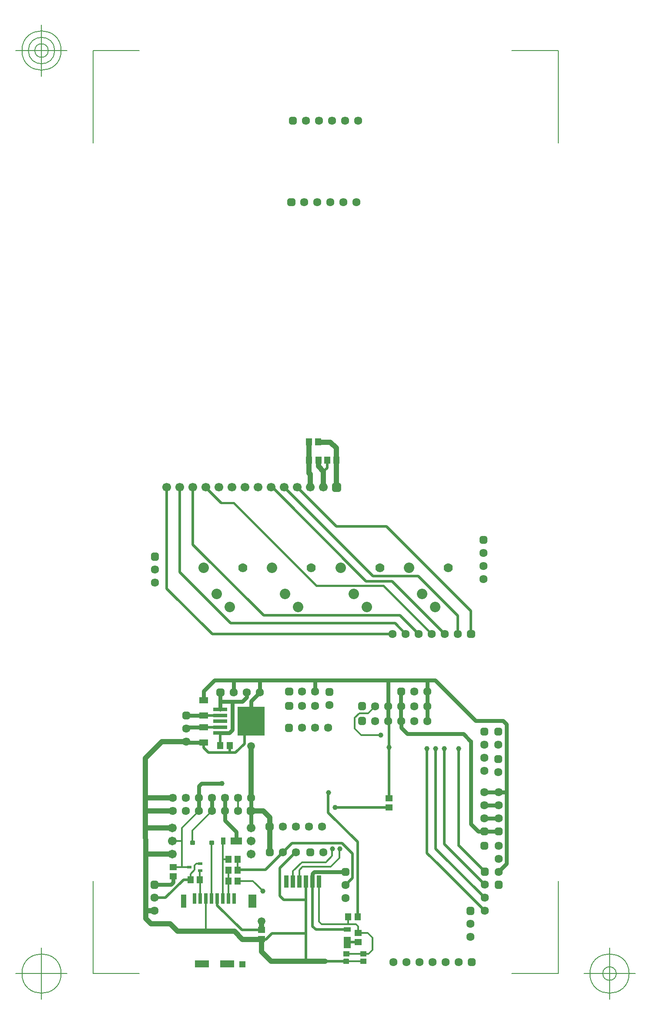
<source format=gbr>
G04 Generated by Ultiboard 10.1 *
%FSLAX25Y25*%
%MOIN*%

%ADD10C,0.03937*%
%ADD11C,0.01969*%
%ADD12C,0.02953*%
%ADD13C,0.01496*%
%ADD14C,0.01575*%
%ADD15C,0.00500*%
%ADD16C,0.03937*%
%ADD17C,0.05906*%
%ADD18C,0.06334*%
%ADD19R,0.02083X0.02083*%
%ADD20C,0.03917*%
%ADD21C,0.06693*%
%ADD22R,0.03193X0.03193*%
%ADD23C,0.03500*%
%ADD24R,0.05709X0.04528*%
%ADD25R,0.04724X0.04724*%
%ADD26R,0.10630X0.05512*%
%ADD27R,0.02756X0.07874*%
%ADD28R,0.03937X0.10236*%
%ADD29R,0.05906X0.10236*%
%ADD30R,0.03504X0.09331*%
%ADD31R,0.04528X0.04134*%
%ADD32R,0.03740X0.03346*%
%ADD33C,0.00787*%
%ADD34C,0.06700*%
%ADD35R,0.04528X0.05709*%
%ADD36R,0.08661X0.05512*%
%ADD37R,0.03543X0.05512*%
%ADD38R,0.03346X0.02165*%
%ADD39R,0.01969X0.01575*%
%ADD40C,0.01575*%
%ADD41R,0.20630X0.22441*%
%ADD42R,0.10866X0.02756*%
%ADD43R,0.07087X0.04528*%
%ADD44R,0.05512X0.03543*%
%ADD45R,0.05512X0.08661*%
%ADD46C,0.08000*%
%ADD47C,0.07000*%


G04 ColorRGB 0000FF for the following layer *
%LNCopper Bottom*%
%LPD*%
%FSLAX25Y25*%
%MOIN*%
G54D10*
X-787Y31181D02*
X-7448Y31181D01*
X12992Y74803D02*
X-7601Y74803D01*
X13031Y107598D02*
X-7517Y107598D01*
X13031Y117598D02*
X-7657Y117598D01*
X-3573Y21270D02*
X11217Y21270D01*
X12992Y94803D02*
X-7331Y94803D01*
X-7762Y147920D02*
X4952Y160634D01*
X-7762Y147920D02*
X-7492Y25189D01*
X-3573Y21270D02*
X-7492Y25189D01*
X88381Y-7319D02*
X81142Y-79D01*
X81142Y-79D02*
X81142Y9724D01*
X129921Y-7319D02*
X88381Y-7319D01*
X73121Y157250D02*
X73121Y117688D01*
X60370Y15685D02*
X66582Y9473D01*
X16969Y15685D02*
X60370Y15685D01*
X16802Y15685D02*
X11217Y21270D01*
X81152Y23346D02*
X81152Y16811D01*
X80942Y9473D02*
X66582Y9473D01*
X87362Y102713D02*
X87362Y95766D01*
X87462Y95820D02*
X87462Y75984D01*
X73031Y107598D02*
X82476Y107598D01*
X73071Y117638D02*
X73031Y117598D01*
X82476Y107598D02*
X87362Y102713D01*
X4952Y160634D02*
X23595Y160634D01*
X36848Y171669D02*
X36966Y171787D01*
X128572Y355315D02*
X128572Y367383D01*
X124747Y371208D02*
X128572Y367383D01*
X124747Y375893D02*
X124747Y371208D01*
X124707Y389830D02*
X133999Y389830D01*
X117660Y375893D02*
X117660Y366080D01*
X117581Y389869D02*
X117581Y375972D01*
X118526Y365214D02*
X118526Y355270D01*
X117660Y366080D02*
X118526Y365214D01*
X138566Y355309D02*
X138566Y375873D01*
X138487Y385342D02*
X138487Y375893D01*
X133999Y389830D02*
X138487Y385342D01*
G54D11*
X0Y41181D02*
X7669Y41181D01*
X115090Y-7906D02*
X115090Y53010D01*
X145677Y-7319D02*
X129921Y-7319D01*
X145717Y-7358D02*
X145677Y-7319D01*
X252190Y121999D02*
X251940Y121749D01*
X251940Y121749D02*
X251725Y121749D01*
X252126Y61281D02*
X232235Y81172D01*
X252126Y61281D02*
X252126Y61181D01*
X252126Y51331D02*
X221291Y82166D01*
X252126Y51331D02*
X252126Y51181D01*
X252076Y41181D02*
X214477Y78780D01*
X252076Y31231D02*
X217400Y65907D01*
X241676Y242940D02*
X241676Y260696D01*
X231479Y257152D02*
X231479Y243117D01*
X221676Y242940D02*
X181322Y283294D01*
X201600Y242940D02*
X187184Y257356D01*
X18526Y290319D02*
X57568Y251277D01*
X57568Y251277D02*
X183261Y251277D01*
X183361Y251227D02*
X191597Y242990D01*
X43525Y242863D02*
X8605Y277782D01*
X181598Y242863D02*
X43525Y242863D01*
X104588Y83056D02*
X142856Y83056D01*
X146691Y16861D02*
X122822Y16861D01*
X66089Y16517D02*
X47126Y35480D01*
X84056Y62523D02*
X63803Y62523D01*
X7669Y41181D02*
X21370Y54882D01*
X26890Y54882D02*
X21370Y54882D01*
X47126Y35480D02*
X47126Y40709D01*
X107412Y76265D02*
X95083Y63936D01*
X95083Y63936D02*
X95083Y42712D01*
X104588Y83056D02*
X84056Y62523D01*
X95083Y42712D02*
X98031Y39764D01*
X89316Y14140D02*
X114813Y14140D01*
X80994Y16517D02*
X66089Y16517D01*
X89316Y14140D02*
X84598Y9422D01*
X81852Y9422D02*
X84598Y9422D01*
X120302Y53693D02*
X120302Y19381D01*
X122822Y16861D02*
X120302Y19381D01*
X98031Y39764D02*
X114813Y39764D01*
X115090Y53010D02*
X115390Y53310D01*
X87362Y95766D02*
X87323Y95805D01*
X40493Y152362D02*
X61331Y152362D01*
X68035Y159066D02*
X61331Y152362D01*
X23595Y160634D02*
X24107Y160122D01*
X36848Y156007D02*
X36848Y159857D01*
X40493Y152362D02*
X36848Y156007D01*
X56730Y157613D02*
X56730Y152627D01*
X49604Y167225D02*
X49604Y157633D01*
X36966Y171787D02*
X49547Y171787D01*
X49571Y180687D02*
X36918Y180687D01*
X36840Y192458D02*
X36808Y192490D01*
X68035Y159066D02*
X68035Y171057D01*
X68035Y171057D02*
X73186Y176208D01*
X73725Y176317D02*
X73257Y176317D01*
X73132Y176236D02*
X73171Y176196D01*
X207812Y155349D02*
X207812Y75495D01*
X178740Y156417D02*
X178740Y117480D01*
X232252Y155432D02*
X232252Y81072D01*
X221291Y82166D02*
X221291Y155567D01*
X214477Y78780D02*
X214477Y155349D01*
X154809Y26687D02*
X154809Y83941D01*
X150787Y56299D02*
X150787Y75124D01*
X146886Y7172D02*
X155241Y7172D01*
X146886Y17056D02*
X146691Y16861D01*
X145433Y50945D02*
X150787Y56299D01*
X177551Y110284D02*
X137449Y110284D01*
X154809Y83941D02*
X132341Y106409D01*
X150787Y75124D02*
X142856Y83056D01*
X132341Y106409D02*
X132341Y121772D01*
X221291Y82316D02*
X221207Y82400D01*
X214477Y79280D02*
X214443Y79314D01*
X207812Y75495D02*
X217441Y65866D01*
X178680Y175880D02*
X178680Y156477D01*
X214477Y155349D02*
X214477Y155667D01*
X138465Y325424D02*
X108507Y355381D01*
X98526Y355270D02*
X166457Y287339D01*
X161318Y283294D02*
X89109Y355502D01*
X187284Y257306D02*
X82700Y257306D01*
X117581Y375972D02*
X117660Y375893D01*
X28644Y311361D02*
X82700Y257306D01*
X28644Y311361D02*
X28644Y355151D01*
X18526Y290319D02*
X18526Y355270D01*
X8605Y277782D02*
X8605Y355207D01*
X50237Y343387D02*
X38487Y355137D01*
X38487Y355137D02*
X38487Y355230D01*
X88759Y355502D02*
X88526Y355735D01*
X89109Y355502D02*
X88759Y355502D01*
X108507Y355381D02*
X108392Y355381D01*
X131400Y370164D02*
X131400Y375814D01*
X241676Y260696D02*
X176948Y325424D01*
X166457Y287339D02*
X201292Y287339D01*
X181322Y283294D02*
X161318Y283294D01*
X176948Y325424D02*
X138465Y325424D01*
X128572Y367335D02*
X131400Y370164D01*
X201292Y287339D02*
X231479Y257152D01*
X262730Y92007D02*
X262885Y91852D01*
X262767Y91970D02*
X262717Y91920D01*
G54D12*
X0Y51181D02*
X11119Y51181D01*
X-7517Y107598D02*
X-7674Y107755D01*
X-7657Y117598D02*
X-7695Y117637D01*
X245034Y176771D02*
X266069Y176771D01*
X268375Y121999D02*
X252190Y121999D01*
X262727Y101931D02*
X251841Y101931D01*
X262688Y112049D02*
X251917Y112049D01*
X251940Y91970D02*
X247195Y91970D01*
X262730Y92007D02*
X252140Y92007D01*
X45152Y207628D02*
X178080Y207628D01*
X145433Y60945D02*
X121573Y60945D01*
X33114Y126682D02*
X33114Y117598D01*
X33114Y126682D02*
X35075Y128643D01*
X61756Y91709D02*
X53031Y100433D01*
X61756Y84764D02*
X61756Y91709D01*
X11804Y51181D02*
X13543Y52920D01*
X13543Y52920D02*
X13543Y57584D01*
X13543Y57584D02*
X13504Y57624D01*
X33114Y117598D02*
X33114Y107798D01*
X43031Y117598D02*
X43031Y107598D01*
X53031Y100433D02*
X53031Y117598D01*
X121573Y60945D02*
X120157Y59530D01*
X120157Y59530D02*
X120157Y53504D01*
X73130Y94803D02*
X73130Y107500D01*
X73031Y107598D02*
X73031Y117598D01*
X73130Y107500D02*
X73031Y107598D01*
X66513Y191432D02*
X49525Y191432D01*
X49564Y198243D02*
X49564Y185251D01*
X58856Y169739D02*
X58856Y191432D01*
X24107Y160122D02*
X36664Y160122D01*
X24698Y171736D02*
X36837Y171736D01*
X36824Y180634D02*
X23595Y180634D01*
X50748Y128643D02*
X35075Y128643D01*
X49589Y167240D02*
X56356Y167240D01*
X56356Y167240D02*
X58856Y169739D01*
X36808Y199284D02*
X45152Y207628D01*
X36808Y192490D02*
X36808Y199284D01*
X59843Y198522D02*
X59843Y207280D01*
X59843Y198522D02*
X59682Y198361D01*
X73147Y191826D02*
X73147Y176432D01*
X69761Y194680D02*
X66513Y191432D01*
X79682Y198361D02*
X73147Y191826D01*
X79682Y198361D02*
X79682Y206461D01*
X69761Y198283D02*
X69761Y194680D01*
X122323Y198958D02*
X122323Y207075D01*
X241457Y160866D02*
X241457Y127087D01*
X241496Y97669D02*
X241496Y127047D01*
X241457Y127087D02*
X241496Y127047D01*
X247195Y91970D02*
X241496Y97669D01*
X178130Y207678D02*
X203819Y207678D01*
X187953Y198465D02*
X187953Y187819D01*
X187923Y176638D02*
X187923Y187681D01*
X188080Y176480D02*
X188080Y171290D01*
X188080Y171290D02*
X192795Y166575D01*
X178080Y187819D02*
X178080Y207628D01*
X178041Y176520D02*
X178041Y187957D01*
X245034Y176771D02*
X214129Y207676D01*
X208163Y188236D02*
X208163Y198333D01*
X208198Y176598D02*
X208198Y187760D01*
X192795Y166575D02*
X235748Y166575D01*
X235748Y166575D02*
X241496Y160827D01*
X203371Y207676D02*
X214129Y207676D01*
X208171Y198998D02*
X208171Y207676D01*
X268934Y67241D02*
X268934Y173906D01*
X268934Y67241D02*
X262953Y61260D01*
X268934Y173906D02*
X266069Y176771D01*
G54D13*
X-7331Y94803D02*
X-7645Y94489D01*
X166163Y1444D02*
X166163Y10774D01*
X163183Y-1535D02*
X166163Y1444D01*
X146024Y-1535D02*
X163183Y-1535D01*
X159213Y-7244D02*
X146024Y-7244D01*
X130447Y68413D02*
X112035Y68413D01*
X134024Y64930D02*
X112615Y64930D01*
X125157Y53504D02*
X125276Y53386D01*
X125276Y53386D02*
X125276Y22909D01*
X127265Y20920D02*
X125276Y22909D01*
X153462Y20920D02*
X127265Y20920D01*
X74645Y54016D02*
X62795Y54016D01*
X62695Y54116D02*
X62795Y54016D01*
X62953Y70787D02*
X62953Y62441D01*
X63083Y117649D02*
X63083Y107349D01*
X42874Y83465D02*
X42874Y40787D01*
X51457Y40709D02*
X51457Y84504D01*
X33976Y54882D02*
X33976Y62072D01*
X33976Y62072D02*
X34016Y62112D01*
X29961Y66102D02*
X29961Y62520D01*
X26890Y59449D02*
X29961Y62520D01*
X55866Y40787D02*
X55866Y62441D01*
X20191Y64873D02*
X20191Y94707D01*
X26131Y64750D02*
X13524Y64750D01*
X26890Y54882D02*
X26890Y59449D01*
X38465Y40709D02*
X38465Y15685D01*
X34134Y40709D02*
X34134Y54724D01*
X34134Y54724D02*
X33976Y54882D01*
X55787Y40709D02*
X55866Y40787D01*
X43031Y107598D02*
X28122Y92689D01*
X32857Y107373D02*
X20191Y94707D01*
X34016Y67230D02*
X31088Y67230D01*
X31088Y67230D02*
X29961Y66102D01*
X28122Y92689D02*
X28122Y83365D01*
X12992Y84803D02*
X19719Y84803D01*
X55866Y70787D02*
X51457Y70787D01*
X51457Y84504D02*
X51717Y84764D01*
X112035Y68413D02*
X105157Y61535D01*
X112615Y64930D02*
X110157Y62472D01*
X110157Y53504D02*
X110157Y62472D01*
X105157Y61535D02*
X105157Y53504D01*
X82412Y46248D02*
X74645Y54016D01*
X51019Y128643D02*
X50748Y128643D01*
X49682Y198361D02*
X49564Y198243D01*
X69682Y198361D02*
X69761Y198283D01*
X162641Y14296D02*
X155283Y14296D01*
X155200Y14876D02*
X155739Y14338D01*
X155200Y19182D02*
X155200Y14876D01*
X155300Y14338D02*
X155300Y14298D01*
X153462Y20920D02*
X155200Y19182D01*
X147598Y26811D02*
X147598Y21196D01*
X147598Y21196D02*
X147323Y20920D01*
X154809Y26687D02*
X154685Y26811D01*
X166163Y10774D02*
X162641Y14296D01*
X140827Y71733D02*
X140827Y78233D01*
X140827Y71733D02*
X134024Y64930D01*
X135297Y73263D02*
X135297Y78513D01*
X130447Y68413D02*
X135297Y73263D01*
X168080Y187819D02*
X162742Y182480D01*
X168080Y187819D02*
X168080Y187865D01*
X157445Y165787D02*
X172638Y165787D01*
X152678Y170555D02*
X157445Y165787D01*
X156320Y182480D02*
X152678Y178839D01*
X162742Y182480D02*
X156320Y182480D01*
X152678Y178839D02*
X152678Y170555D01*
X178680Y156477D02*
X178740Y156417D01*
X178680Y175880D02*
X178080Y176480D01*
X262767Y111970D02*
X262688Y112049D01*
X262767Y101970D02*
X262727Y101931D01*
G54D14*
X211427Y243019D02*
X174383Y280063D01*
X211427Y243019D02*
X211715Y243019D01*
X174383Y280063D02*
X123146Y280063D01*
X59822Y343387D02*
X123146Y280063D01*
X50237Y343387D02*
X59822Y343387D01*
G54D15*
X-47973Y-16748D02*
X-47973Y53861D01*
X-47973Y-16748D02*
X-12340Y-16748D01*
X308357Y-16748D02*
X272724Y-16748D01*
X308357Y-16748D02*
X308357Y53861D01*
X308357Y689340D02*
X308357Y618731D01*
X308357Y689340D02*
X272724Y689340D01*
X-47973Y689340D02*
X-12340Y689340D01*
X-47973Y689340D02*
X-47973Y618731D01*
X-67658Y-16748D02*
X-107028Y-16748D01*
X-87343Y-36433D02*
X-87343Y2937D01*
X-102357Y-16748D02*
G75*
D01*
G02X-102357Y-16748I15014J0*
G01*
X328043Y-16748D02*
X367413Y-16748D01*
X347728Y-36433D02*
X347728Y2937D01*
X332714Y-16748D02*
G75*
D01*
G02X332714Y-16748I15014J0*
G01*
X342556Y-16748D02*
G75*
D01*
G02X342556Y-16748I5171J0*
G01*
X-67658Y689340D02*
X-107028Y689340D01*
X-87343Y669655D02*
X-87343Y709025D01*
X-102357Y689340D02*
G75*
D01*
G02X-102357Y689340I15014J0*
G01*
X-97436Y689340D02*
G75*
D01*
G02X-97436Y689340I10093J0*
G01*
X-92515Y689340D02*
G75*
D01*
G02X-92515Y689340I5171J0*
G01*
G54D16*
X50748Y128701D03*
X82323Y46220D03*
X141024Y78622D03*
X135394Y78583D03*
X137402Y110236D03*
X132402Y121772D03*
X178740Y156417D03*
X172638Y165709D03*
X221159Y155349D03*
X214387Y155349D03*
X207812Y155349D03*
X232244Y155349D03*
X262800Y112008D03*
G54D17*
X81063Y23346D03*
X73110Y157244D03*
G54D18*
X-787Y41181D03*
X-787Y31181D03*
X-500Y292204D03*
X-500Y282204D03*
X192126Y-8071D03*
X182126Y-8071D03*
X222126Y-8071D03*
X202126Y-8071D03*
X212126Y-8071D03*
X232126Y-8071D03*
X251940Y111970D03*
X251940Y101970D03*
X251940Y121970D03*
X252126Y31181D03*
X252126Y41181D03*
X252126Y51181D03*
X251732Y138425D03*
X251732Y158425D03*
X251732Y148425D03*
X251243Y284942D03*
X251243Y294942D03*
X251243Y304942D03*
X191676Y242940D03*
X181676Y242940D03*
X221676Y242940D03*
X201676Y242940D03*
X211676Y242940D03*
X231676Y242940D03*
X145433Y40945D03*
X145433Y50945D03*
X128465Y75984D03*
X122323Y188092D03*
X112323Y188092D03*
X112323Y198958D03*
X122323Y198958D03*
X112165Y171181D03*
X122165Y171181D03*
X132165Y171181D03*
X127362Y95766D03*
X97362Y95766D03*
X107362Y95766D03*
X117362Y95766D03*
X63031Y107598D03*
X63031Y117598D03*
X33031Y107598D03*
X33031Y117598D03*
X13031Y107598D03*
X13031Y117598D03*
X23031Y107598D03*
X23031Y117598D03*
X43031Y107598D03*
X43031Y117598D03*
X53031Y107598D03*
X53031Y117598D03*
X73031Y117598D03*
X97402Y75984D03*
X107402Y75984D03*
X59682Y198361D03*
X79682Y198361D03*
X69682Y198361D03*
X23595Y160634D03*
X23595Y170634D03*
X241299Y11181D03*
X241299Y21181D03*
X198110Y198898D03*
X208110Y198898D03*
X188080Y187819D03*
X178080Y187819D03*
X168080Y187819D03*
X198080Y187819D03*
X208080Y187819D03*
X188080Y176480D03*
X168080Y176480D03*
X178080Y176480D03*
X198080Y176480D03*
X208080Y176480D03*
X133127Y188621D03*
X262767Y111970D03*
X262767Y101970D03*
X262767Y121970D03*
X262953Y61142D03*
X262953Y81142D03*
X262953Y71142D03*
X262559Y158386D03*
X262559Y137441D03*
X123987Y573366D03*
X113987Y573366D03*
X143987Y573366D03*
X133987Y573366D03*
X153987Y573366D03*
X125192Y635596D03*
X115192Y635596D03*
X155192Y635596D03*
X135192Y635596D03*
X145192Y635596D03*
G54D19*
X-787Y51181D03*
X-500Y302204D03*
X242126Y-8071D03*
X251940Y91970D03*
X251929Y80945D03*
X252126Y61181D03*
X251732Y168425D03*
X251243Y314942D03*
X241676Y242940D03*
X145433Y60945D03*
X118465Y75984D03*
X102323Y188092D03*
X102323Y198958D03*
X102165Y171181D03*
X87362Y95766D03*
X73031Y107598D03*
X87402Y75984D03*
X49682Y198361D03*
X23595Y180634D03*
X241299Y31181D03*
X188110Y198898D03*
X158080Y187819D03*
X158080Y176480D03*
X133127Y198621D03*
X262767Y91970D03*
X262953Y51142D03*
X262559Y168386D03*
X262559Y147441D03*
X103987Y573366D03*
X105192Y635596D03*
G54D20*
X-1828Y50140D02*
X254Y50140D01*
X254Y52222D01*
X-1828Y52222D01*
X-1828Y50140D01*D02*
X-1541Y301163D02*
X541Y301163D01*
X541Y303245D01*
X-1541Y303245D01*
X-1541Y301163D01*D02*
X241085Y-9112D02*
X243167Y-9112D01*
X243167Y-7030D01*
X241085Y-7030D01*
X241085Y-9112D01*D02*
X250899Y90929D02*
X252981Y90929D01*
X252981Y93011D01*
X250899Y93011D01*
X250899Y90929D01*D02*
X250888Y79904D02*
X252970Y79904D01*
X252970Y81986D01*
X250888Y81986D01*
X250888Y79904D01*D02*
X251085Y60140D02*
X253167Y60140D01*
X253167Y62222D01*
X251085Y62222D01*
X251085Y60140D01*D02*
X250691Y167384D02*
X252773Y167384D01*
X252773Y169466D01*
X250691Y169466D01*
X250691Y167384D01*D02*
X250202Y313901D02*
X252284Y313901D01*
X252284Y315983D01*
X250202Y315983D01*
X250202Y313901D01*D02*
X240635Y241899D02*
X242717Y241899D01*
X242717Y243981D01*
X240635Y243981D01*
X240635Y241899D01*D02*
X144392Y59904D02*
X146474Y59904D01*
X146474Y61986D01*
X144392Y61986D01*
X144392Y59904D01*D02*
X117424Y74943D02*
X119506Y74943D01*
X119506Y77025D01*
X117424Y77025D01*
X117424Y74943D01*D02*
X101282Y187051D02*
X103364Y187051D01*
X103364Y189133D01*
X101282Y189133D01*
X101282Y187051D01*D02*
X101282Y197917D02*
X103364Y197917D01*
X103364Y199999D01*
X101282Y199999D01*
X101282Y197917D01*D02*
X101124Y170140D02*
X103206Y170140D01*
X103206Y172222D01*
X101124Y172222D01*
X101124Y170140D01*D02*
X86321Y94725D02*
X88403Y94725D01*
X88403Y96807D01*
X86321Y96807D01*
X86321Y94725D01*D02*
X71990Y106557D02*
X74072Y106557D01*
X74072Y108639D01*
X71990Y108639D01*
X71990Y106557D01*D02*
X86361Y74943D02*
X88443Y74943D01*
X88443Y77025D01*
X86361Y77025D01*
X86361Y74943D01*D02*
X48641Y197320D02*
X50723Y197320D01*
X50723Y199402D01*
X48641Y199402D01*
X48641Y197320D01*D02*
X22554Y179593D02*
X24636Y179593D01*
X24636Y181675D01*
X22554Y181675D01*
X22554Y179593D01*D02*
X240258Y30140D02*
X242340Y30140D01*
X242340Y32222D01*
X240258Y32222D01*
X240258Y30140D01*D02*
X187069Y197857D02*
X189151Y197857D01*
X189151Y199939D01*
X187069Y199939D01*
X187069Y197857D01*D02*
X157039Y186778D02*
X159121Y186778D01*
X159121Y188860D01*
X157039Y188860D01*
X157039Y186778D01*D02*
X157039Y175439D02*
X159121Y175439D01*
X159121Y177521D01*
X157039Y177521D01*
X157039Y175439D01*D02*
X132086Y197580D02*
X134168Y197580D01*
X134168Y199662D01*
X132086Y199662D01*
X132086Y197580D01*D02*
X261726Y90929D02*
X263808Y90929D01*
X263808Y93011D01*
X261726Y93011D01*
X261726Y90929D01*D02*
X261912Y50101D02*
X263994Y50101D01*
X263994Y52183D01*
X261912Y52183D01*
X261912Y50101D01*D02*
X261518Y167345D02*
X263600Y167345D01*
X263600Y169427D01*
X261518Y169427D01*
X261518Y167345D01*D02*
X261518Y146400D02*
X263600Y146400D01*
X263600Y148482D01*
X261518Y148482D01*
X261518Y146400D01*D02*
X102946Y572325D02*
X105028Y572325D01*
X105028Y574407D01*
X102946Y574407D01*
X102946Y572325D01*D02*
X104151Y634555D02*
X106233Y634555D01*
X106233Y636637D01*
X104151Y636637D01*
X104151Y634555D01*D02*
G54D21*
X128526Y355270D03*
X28526Y355270D03*
X18526Y355270D03*
X8526Y355270D03*
X48526Y355270D03*
X38526Y355270D03*
X58526Y355270D03*
X78526Y355270D03*
X68526Y355270D03*
X88526Y355270D03*
X108526Y355270D03*
X98526Y355270D03*
X118526Y355270D03*
G54D22*
X138526Y355270D03*
G54D23*
X136930Y353674D02*
X140122Y353674D01*
X140122Y356866D01*
X136930Y356866D01*
X136930Y353674D01*D02*
G54D24*
X13504Y64710D03*
X13504Y57624D03*
X81142Y9724D03*
X81142Y16811D03*
X155261Y14298D03*
X155261Y7212D03*
X178701Y110394D03*
X178701Y117480D03*
G54D25*
X66614Y-9567D03*
G54D26*
X35354Y-9173D03*
X54843Y-9173D03*
G54D27*
X29803Y40709D03*
X34134Y40709D03*
X47126Y40709D03*
X42795Y40709D03*
X38465Y40709D03*
X60157Y40709D03*
X51457Y40709D03*
X55787Y40709D03*
G54D28*
X21575Y38819D03*
G54D29*
X74173Y38819D03*
G54D30*
X125157Y53504D03*
X110157Y53504D03*
X100157Y53504D03*
X105157Y53504D03*
X115157Y53504D03*
X120157Y53504D03*
G54D31*
X146024Y-1535D03*
X159213Y-1535D03*
X159213Y-7244D03*
G54D32*
X146024Y-7244D03*
G54D33*
X144154Y-8917D02*
X147894Y-8917D01*
X147894Y-5571D01*
X144154Y-5571D01*
X144154Y-8917D01*D02*
G54D34*
X12992Y94803D03*
X12992Y74803D03*
X12992Y84803D03*
X73130Y94803D03*
X73130Y74803D03*
X73130Y84803D03*
G54D35*
X62953Y70787D03*
X55866Y70787D03*
X62953Y54094D03*
X55866Y54094D03*
X62953Y62441D03*
X55866Y62441D03*
X33976Y54882D03*
X26890Y54882D03*
X56730Y157613D03*
X49643Y157613D03*
X154685Y26811D03*
X147598Y26811D03*
X124668Y389869D03*
X117581Y389869D03*
X124747Y375893D03*
X117660Y375893D03*
X131400Y375854D03*
X138487Y375854D03*
G54D36*
X61756Y84764D03*
G54D37*
X51717Y84764D03*
G54D38*
X34016Y62112D03*
X25748Y64671D03*
X34016Y67230D03*
G54D39*
X28307Y83465D03*
X42874Y83465D03*
G54D40*
X27323Y82678D02*
X29291Y82678D01*
X29291Y84252D01*
X27323Y84252D01*
X27323Y82678D01*D02*
X41890Y82678D02*
X43858Y82678D01*
X43858Y84252D01*
X41890Y84252D01*
X41890Y82678D01*D02*
G54D41*
X73132Y176236D03*
G54D42*
X49589Y176216D03*
X49589Y171728D03*
X49589Y180704D03*
X49589Y185192D03*
X49589Y167240D03*
G54D43*
X36840Y192458D03*
X36840Y180647D03*
X36848Y159857D03*
X36848Y171669D03*
G54D44*
X146886Y17056D03*
G54D45*
X146886Y7017D03*
G54D46*
X99335Y273803D03*
X89335Y293803D03*
X109335Y263803D03*
X46855Y273803D03*
X56855Y263803D03*
X36855Y293803D03*
X204296Y273803D03*
X214296Y263803D03*
X194296Y293803D03*
X151815Y273803D03*
X141815Y293803D03*
X161815Y263803D03*
G54D47*
X119335Y293803D03*
X66855Y293803D03*
X224296Y293803D03*
X171815Y293803D03*

M00*

</source>
